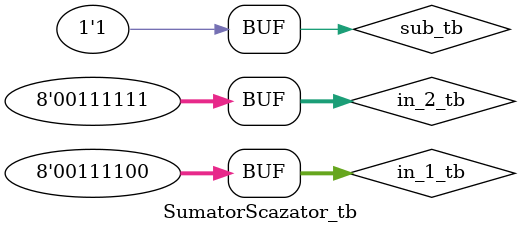
<source format=v>
module SumatorScazator_tb;
reg [7:0]in_1_tb,in_2_tb;
reg sub_tb;
wire [7:0]s_mod_tb;
wire cout_tb;

SumatorScazator rezultat(
.in_1(in_1_tb),
.in_2(in_2_tb),
.sub(sub_tb),
.s_mod(s_mod_tb),
.Cout(cout_tb)
);
initial begin
$monitor("Time: %d in_1=%b in_2=%b sub=%b s_mod=%b cout=%b",$time,in_1_tb,in_2_tb,sub_tb,s_mod_tb,cout_tb);
end

initial begin
sub_tb=0;
in_1_tb=0;
in_2_tb=0;
#1
sub_tb=0;
in_1_tb=8'b00000111; //5
in_2_tb=8'b00111000; //56
#1
sub_tb=1;
in_1_tb=8'b00111000; //56
in_2_tb=8'b00000111; //7
#1
sub_tb=1;
in_1_tb=8'b00000010; //2
in_2_tb=8'b00000011; //3
#1
sub_tb=1;
in_1_tb=8'b00001100;//12
in_2_tb=8'b00001100;//12

#1
sub_tb=1;
in_1_tb=8'b10101010;//170
in_2_tb=8'b01010101;//85

#1
sub_tb=1;
in_1_tb=8'b00001111;//15
in_2_tb=8'b00001100;//12

#1
sub_tb=0;
in_1_tb=8'b10101010;//170
in_2_tb=8'b01010101;//85

#1
sub_tb=0;
in_1_tb=8'b00110011;//51
in_2_tb=8'b11000011;//195

#1
sub_tb=1;
in_1_tb=8'b00111100;//60
in_2_tb=8'b00111111;//63

end
endmodule
</source>
